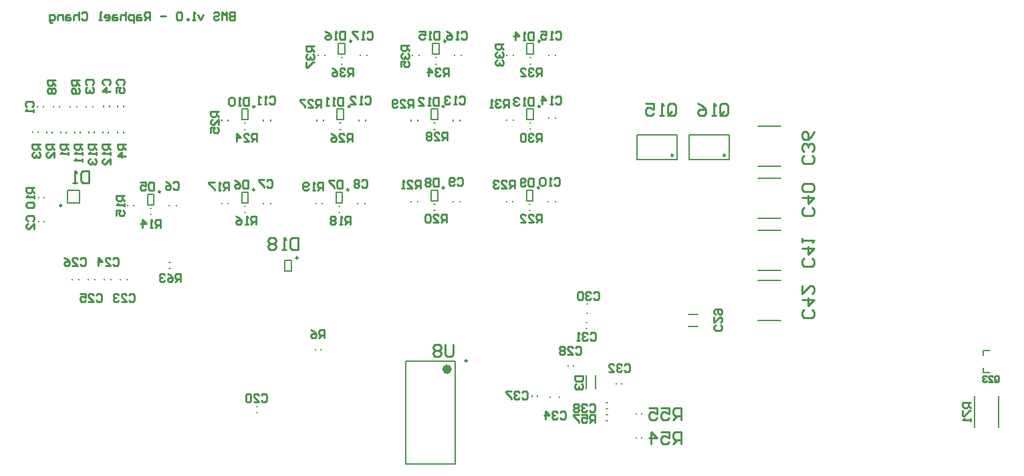
<source format=gbo>
G04 Layer_Color=32896*
%FSAX24Y24*%
%MOIN*%
G70*
G01*
G75*
%ADD43C,0.0100*%
%ADD71C,0.0098*%
%ADD73C,0.0080*%
%ADD74C,0.0236*%
%ADD75C,0.0079*%
%ADD136C,0.0039*%
D43*
X028950Y033550D02*
Y033150D01*
X028750D01*
X028683Y033217D01*
Y033283D01*
X028750Y033350D01*
X028950D01*
X028750D01*
X028683Y033417D01*
Y033483D01*
X028750Y033550D01*
X028950D01*
X028550Y033150D02*
Y033550D01*
X028417Y033417D01*
X028284Y033550D01*
Y033150D01*
X027884Y033483D02*
X027950Y033550D01*
X028084D01*
X028150Y033483D01*
Y033417D01*
X028084Y033350D01*
X027950D01*
X027884Y033283D01*
Y033217D01*
X027950Y033150D01*
X028084D01*
X028150Y033217D01*
X027351Y033417D02*
X027217Y033150D01*
X027084Y033417D01*
X026951Y033150D02*
X026817D01*
X026884D01*
Y033550D01*
X026951Y033483D01*
X026617Y033150D02*
Y033217D01*
X026551D01*
Y033150D01*
X026617D01*
X026284Y033483D02*
X026218Y033550D01*
X026084D01*
X026018Y033483D01*
Y033217D01*
X026084Y033150D01*
X026218D01*
X026284Y033217D01*
Y033483D01*
X025484Y033350D02*
X025218D01*
X024685Y033150D02*
Y033550D01*
X024485D01*
X024418Y033483D01*
Y033350D01*
X024485Y033283D01*
X024685D01*
X024551D02*
X024418Y033150D01*
X024218Y033417D02*
X024085D01*
X024018Y033350D01*
Y033150D01*
X024218D01*
X024285Y033217D01*
X024218Y033283D01*
X024018D01*
X023885Y033017D02*
Y033417D01*
X023685D01*
X023618Y033350D01*
Y033217D01*
X023685Y033150D01*
X023885D01*
X023485Y033550D02*
Y033150D01*
Y033350D01*
X023418Y033417D01*
X023285D01*
X023219Y033350D01*
Y033150D01*
X023019Y033417D02*
X022885D01*
X022819Y033350D01*
Y033150D01*
X023019D01*
X023085Y033217D01*
X023019Y033283D01*
X022819D01*
X022485Y033150D02*
X022619D01*
X022685Y033217D01*
Y033350D01*
X022619Y033417D01*
X022485D01*
X022419Y033350D01*
Y033283D01*
X022685D01*
X022285Y033150D02*
X022152D01*
X022219D01*
Y033550D01*
X022285D01*
X021286Y033483D02*
X021352Y033550D01*
X021486D01*
X021552Y033483D01*
Y033217D01*
X021486Y033150D01*
X021352D01*
X021286Y033217D01*
X021153Y033550D02*
Y033150D01*
Y033350D01*
X021086Y033417D01*
X020953D01*
X020886Y033350D01*
Y033150D01*
X020686Y033417D02*
X020553D01*
X020486Y033350D01*
Y033150D01*
X020686D01*
X020753Y033217D01*
X020686Y033283D01*
X020486D01*
X020353Y033150D02*
Y033417D01*
X020153D01*
X020086Y033350D01*
Y033150D01*
X019820Y033017D02*
X019753D01*
X019686Y033083D01*
Y033417D01*
X019886D01*
X019953Y033350D01*
Y033217D01*
X019886Y033150D01*
X019686D01*
X039850Y016950D02*
Y016450D01*
X039750Y016350D01*
X039550D01*
X039450Y016450D01*
Y016950D01*
X039250Y016850D02*
X039150Y016950D01*
X038950D01*
X038850Y016850D01*
Y016750D01*
X038950Y016650D01*
X038850Y016550D01*
Y016450D01*
X038950Y016350D01*
X039150D01*
X039250Y016450D01*
Y016550D01*
X039150Y016650D01*
X039250Y016750D01*
Y016850D01*
X039150Y016650D02*
X038950D01*
X032110Y022280D02*
Y021680D01*
X031810D01*
X031710Y021780D01*
Y022180D01*
X031810Y022280D01*
X032110D01*
X031510Y021680D02*
X031310D01*
X031410D01*
Y022280D01*
X031510Y022180D01*
X031010D02*
X030910Y022280D01*
X030710D01*
X030610Y022180D01*
Y022080D01*
X030710Y021980D01*
X030610Y021880D01*
Y021780D01*
X030710Y021680D01*
X030910D01*
X031010Y021780D01*
Y021880D01*
X030910Y021980D01*
X031010Y022080D01*
Y022180D01*
X030910Y021980D02*
X030710D01*
X018567Y028833D02*
X018500Y028900D01*
Y029033D01*
X018567Y029100D01*
X018833D01*
X018900Y029033D01*
Y028900D01*
X018833Y028833D01*
X018900Y028700D02*
Y028567D01*
Y028633D01*
X018500D01*
X018567Y028700D01*
X018617Y023133D02*
X018550Y023200D01*
Y023333D01*
X018617Y023400D01*
X018883D01*
X018950Y023333D01*
Y023200D01*
X018883Y023133D01*
X018950Y022734D02*
Y023000D01*
X018683Y022734D01*
X018617D01*
X018550Y022800D01*
Y022933D01*
X018617Y023000D01*
X021567Y029933D02*
X021500Y030000D01*
Y030133D01*
X021567Y030200D01*
X021833D01*
X021900Y030133D01*
Y030000D01*
X021833Y029933D01*
X021567Y029800D02*
X021500Y029733D01*
Y029600D01*
X021567Y029534D01*
X021633D01*
X021700Y029600D01*
Y029667D01*
Y029600D01*
X021767Y029534D01*
X021833D01*
X021900Y029600D01*
Y029733D01*
X021833Y029800D01*
X022417Y029933D02*
X022350Y030000D01*
Y030133D01*
X022417Y030200D01*
X022683D01*
X022750Y030133D01*
Y030000D01*
X022683Y029933D01*
X022750Y029600D02*
X022350D01*
X022550Y029800D01*
Y029534D01*
X023117Y029933D02*
X023050Y030000D01*
Y030133D01*
X023117Y030200D01*
X023383D01*
X023450Y030133D01*
Y030000D01*
X023383Y029933D01*
X023050Y029534D02*
Y029800D01*
X023250D01*
X023183Y029667D01*
Y029600D01*
X023250Y029534D01*
X023383D01*
X023450Y029600D01*
Y029733D01*
X023383Y029800D01*
X025883Y025033D02*
X025950Y025100D01*
X026083D01*
X026150Y025033D01*
Y024767D01*
X026083Y024700D01*
X025950D01*
X025883Y024767D01*
X025484Y025100D02*
X025617Y025033D01*
X025750Y024900D01*
Y024767D01*
X025683Y024700D01*
X025550D01*
X025484Y024767D01*
Y024833D01*
X025550Y024900D01*
X025750D01*
X030533Y025133D02*
X030600Y025200D01*
X030733D01*
X030800Y025133D01*
Y024867D01*
X030733Y024800D01*
X030600D01*
X030533Y024867D01*
X030400Y025200D02*
X030134D01*
Y025133D01*
X030400Y024867D01*
Y024800D01*
X035283Y025133D02*
X035350Y025200D01*
X035483D01*
X035550Y025133D01*
Y024867D01*
X035483Y024800D01*
X035350D01*
X035283Y024867D01*
X035150Y025133D02*
X035083Y025200D01*
X034950D01*
X034884Y025133D01*
Y025067D01*
X034950Y025000D01*
X034884Y024933D01*
Y024867D01*
X034950Y024800D01*
X035083D01*
X035150Y024867D01*
Y024933D01*
X035083Y025000D01*
X035150Y025067D01*
Y025133D01*
X035083Y025000D02*
X034950D01*
X040033Y025233D02*
X040100Y025300D01*
X040233D01*
X040300Y025233D01*
Y024967D01*
X040233Y024900D01*
X040100D01*
X040033Y024967D01*
X039900D02*
X039833Y024900D01*
X039700D01*
X039634Y024967D01*
Y025233D01*
X039700Y025300D01*
X039833D01*
X039900Y025233D01*
Y025167D01*
X039833Y025100D01*
X039634D01*
X044883Y025233D02*
X044950Y025300D01*
X045083D01*
X045150Y025233D01*
Y024967D01*
X045083Y024900D01*
X044950D01*
X044883Y024967D01*
X044750Y024900D02*
X044617D01*
X044683D01*
Y025300D01*
X044750Y025233D01*
X044417D02*
X044350Y025300D01*
X044217D01*
X044150Y025233D01*
Y024967D01*
X044217Y024900D01*
X044350D01*
X044417Y024967D01*
Y025233D01*
X030683Y029283D02*
X030750Y029350D01*
X030883D01*
X030950Y029283D01*
Y029017D01*
X030883Y028950D01*
X030750D01*
X030683Y029017D01*
X030550Y028950D02*
X030417D01*
X030483D01*
Y029350D01*
X030550Y029283D01*
X030217Y028950D02*
X030084D01*
X030150D01*
Y029350D01*
X030217Y029283D01*
X035433D02*
X035500Y029350D01*
X035633D01*
X035700Y029283D01*
Y029017D01*
X035633Y028950D01*
X035500D01*
X035433Y029017D01*
X035300Y028950D02*
X035167D01*
X035233D01*
Y029350D01*
X035300Y029283D01*
X034700Y028950D02*
X034967D01*
X034700Y029217D01*
Y029283D01*
X034767Y029350D01*
X034900D01*
X034967Y029283D01*
X040133D02*
X040200Y029350D01*
X040333D01*
X040400Y029283D01*
Y029017D01*
X040333Y028950D01*
X040200D01*
X040133Y029017D01*
X040000Y028950D02*
X039867D01*
X039933D01*
Y029350D01*
X040000Y029283D01*
X039667D02*
X039600Y029350D01*
X039467D01*
X039400Y029283D01*
Y029217D01*
X039467Y029150D01*
X039534D01*
X039467D01*
X039400Y029083D01*
Y029017D01*
X039467Y028950D01*
X039600D01*
X039667Y029017D01*
X044933Y029283D02*
X045000Y029350D01*
X045133D01*
X045200Y029283D01*
Y029017D01*
X045133Y028950D01*
X045000D01*
X044933Y029017D01*
X044800Y028950D02*
X044667D01*
X044733D01*
Y029350D01*
X044800Y029283D01*
X044267Y028950D02*
Y029350D01*
X044467Y029150D01*
X044200D01*
X044933Y032533D02*
X045000Y032600D01*
X045133D01*
X045200Y032533D01*
Y032267D01*
X045133Y032200D01*
X045000D01*
X044933Y032267D01*
X044800Y032200D02*
X044667D01*
X044733D01*
Y032600D01*
X044800Y032533D01*
X044200Y032600D02*
X044467D01*
Y032400D01*
X044334Y032467D01*
X044267D01*
X044200Y032400D01*
Y032267D01*
X044267Y032200D01*
X044400D01*
X044467Y032267D01*
X040233Y032533D02*
X040300Y032600D01*
X040433D01*
X040500Y032533D01*
Y032267D01*
X040433Y032200D01*
X040300D01*
X040233Y032267D01*
X040100Y032200D02*
X039967D01*
X040033D01*
Y032600D01*
X040100Y032533D01*
X039500Y032600D02*
X039634Y032533D01*
X039767Y032400D01*
Y032267D01*
X039700Y032200D01*
X039567D01*
X039500Y032267D01*
Y032333D01*
X039567Y032400D01*
X039767D01*
X035533Y032533D02*
X035600Y032600D01*
X035733D01*
X035800Y032533D01*
Y032267D01*
X035733Y032200D01*
X035600D01*
X035533Y032267D01*
X035400Y032200D02*
X035267D01*
X035333D01*
Y032600D01*
X035400Y032533D01*
X035067Y032600D02*
X034800D01*
Y032533D01*
X035067Y032267D01*
Y032200D01*
X030283Y014433D02*
X030350Y014500D01*
X030483D01*
X030550Y014433D01*
Y014167D01*
X030483Y014100D01*
X030350D01*
X030283Y014167D01*
X029884Y014100D02*
X030150D01*
X029884Y014367D01*
Y014433D01*
X029950Y014500D01*
X030083D01*
X030150Y014433D01*
X029750D02*
X029684Y014500D01*
X029550D01*
X029484Y014433D01*
Y014167D01*
X029550Y014100D01*
X029684D01*
X029750Y014167D01*
Y014433D01*
X023683Y019433D02*
X023750Y019500D01*
X023883D01*
X023950Y019433D01*
Y019167D01*
X023883Y019100D01*
X023750D01*
X023683Y019167D01*
X023284Y019100D02*
X023550D01*
X023284Y019367D01*
Y019433D01*
X023350Y019500D01*
X023483D01*
X023550Y019433D01*
X023150D02*
X023084Y019500D01*
X022950D01*
X022884Y019433D01*
Y019367D01*
X022950Y019300D01*
X023017D01*
X022950D01*
X022884Y019233D01*
Y019167D01*
X022950Y019100D01*
X023084D01*
X023150Y019167D01*
X022883Y021233D02*
X022950Y021300D01*
X023083D01*
X023150Y021233D01*
Y020967D01*
X023083Y020900D01*
X022950D01*
X022883Y020967D01*
X022484Y020900D02*
X022750D01*
X022484Y021167D01*
Y021233D01*
X022550Y021300D01*
X022683D01*
X022750Y021233D01*
X022150Y020900D02*
Y021300D01*
X022350Y021100D01*
X022084D01*
X022033Y019433D02*
X022100Y019500D01*
X022233D01*
X022300Y019433D01*
Y019167D01*
X022233Y019100D01*
X022100D01*
X022033Y019167D01*
X021634Y019100D02*
X021900D01*
X021634Y019367D01*
Y019433D01*
X021700Y019500D01*
X021833D01*
X021900Y019433D01*
X021234Y019500D02*
X021500D01*
Y019300D01*
X021367Y019367D01*
X021300D01*
X021234Y019300D01*
Y019167D01*
X021300Y019100D01*
X021434D01*
X021500Y019167D01*
X021233Y021233D02*
X021300Y021300D01*
X021433D01*
X021500Y021233D01*
Y020967D01*
X021433Y020900D01*
X021300D01*
X021233Y020967D01*
X020834Y020900D02*
X021100D01*
X020834Y021167D01*
Y021233D01*
X020900Y021300D01*
X021033D01*
X021100Y021233D01*
X020434Y021300D02*
X020567Y021233D01*
X020700Y021100D01*
Y020967D01*
X020634Y020900D01*
X020500D01*
X020434Y020967D01*
Y021033D01*
X020500Y021100D01*
X020700D01*
X045933Y016783D02*
X046000Y016850D01*
X046133D01*
X046200Y016783D01*
Y016517D01*
X046133Y016450D01*
X046000D01*
X045933Y016517D01*
X045534Y016450D02*
X045800D01*
X045534Y016717D01*
Y016783D01*
X045600Y016850D01*
X045733D01*
X045800Y016783D01*
X045400D02*
X045334Y016850D01*
X045200D01*
X045134Y016783D01*
Y016717D01*
X045200Y016650D01*
X045134Y016583D01*
Y016517D01*
X045200Y016450D01*
X045334D01*
X045400Y016517D01*
Y016583D01*
X045334Y016650D01*
X045400Y016717D01*
Y016783D01*
X045334Y016650D02*
X045200D01*
X053183Y017917D02*
X053250Y017850D01*
Y017717D01*
X053183Y017650D01*
X052917D01*
X052850Y017717D01*
Y017850D01*
X052917Y017917D01*
X052850Y018316D02*
Y018050D01*
X053117Y018316D01*
X053183D01*
X053250Y018250D01*
Y018117D01*
X053183Y018050D01*
X052917Y018450D02*
X052850Y018516D01*
Y018650D01*
X052917Y018716D01*
X053183D01*
X053250Y018650D01*
Y018516D01*
X053183Y018450D01*
X053117D01*
X053050Y018516D01*
Y018716D01*
X046830Y019533D02*
X046897Y019600D01*
X047030D01*
X047096Y019533D01*
Y019267D01*
X047030Y019200D01*
X046897D01*
X046830Y019267D01*
X046697Y019533D02*
X046630Y019600D01*
X046497D01*
X046430Y019533D01*
Y019467D01*
X046497Y019400D01*
X046563D01*
X046497D01*
X046430Y019333D01*
Y019267D01*
X046497Y019200D01*
X046630D01*
X046697Y019267D01*
X046297Y019533D02*
X046230Y019600D01*
X046097D01*
X046030Y019533D01*
Y019267D01*
X046097Y019200D01*
X046230D01*
X046297Y019267D01*
Y019533D01*
X046680Y017483D02*
X046747Y017550D01*
X046880D01*
X046946Y017483D01*
Y017217D01*
X046880Y017150D01*
X046747D01*
X046680Y017217D01*
X046547Y017483D02*
X046480Y017550D01*
X046347D01*
X046280Y017483D01*
Y017417D01*
X046347Y017350D01*
X046413D01*
X046347D01*
X046280Y017283D01*
Y017217D01*
X046347Y017150D01*
X046480D01*
X046547Y017217D01*
X046147Y017150D02*
X046013D01*
X046080D01*
Y017550D01*
X046147Y017483D01*
X048383Y015933D02*
X048450Y016000D01*
X048583D01*
X048650Y015933D01*
Y015667D01*
X048583Y015600D01*
X048450D01*
X048383Y015667D01*
X048250Y015933D02*
X048183Y016000D01*
X048050D01*
X047984Y015933D01*
Y015867D01*
X048050Y015800D01*
X048117D01*
X048050D01*
X047984Y015733D01*
Y015667D01*
X048050Y015600D01*
X048183D01*
X048250Y015667D01*
X047584Y015600D02*
X047850D01*
X047584Y015867D01*
Y015933D01*
X047650Y016000D01*
X047784D01*
X047850Y015933D01*
X045157Y013552D02*
X045224Y013619D01*
X045357D01*
X045424Y013552D01*
Y013286D01*
X045357Y013219D01*
X045224D01*
X045157Y013286D01*
X045024Y013552D02*
X044957Y013619D01*
X044824D01*
X044757Y013552D01*
Y013485D01*
X044824Y013419D01*
X044891D01*
X044824D01*
X044757Y013352D01*
Y013286D01*
X044824Y013219D01*
X044957D01*
X045024Y013286D01*
X044424Y013219D02*
Y013619D01*
X044624Y013419D01*
X044358D01*
X057750Y026400D02*
X057850Y026300D01*
Y026100D01*
X057750Y026000D01*
X057350D01*
X057250Y026100D01*
Y026300D01*
X057350Y026400D01*
X057750Y026600D02*
X057850Y026700D01*
Y026900D01*
X057750Y027000D01*
X057650D01*
X057550Y026900D01*
Y026800D01*
Y026900D01*
X057450Y027000D01*
X057350D01*
X057250Y026900D01*
Y026700D01*
X057350Y026600D01*
X057850Y027599D02*
X057750Y027400D01*
X057550Y027200D01*
X057350D01*
X057250Y027300D01*
Y027500D01*
X057350Y027599D01*
X057450D01*
X057550Y027500D01*
Y027200D01*
X043257Y014552D02*
X043324Y014619D01*
X043457D01*
X043524Y014552D01*
Y014286D01*
X043457Y014219D01*
X043324D01*
X043257Y014286D01*
X043124Y014552D02*
X043057Y014619D01*
X042924D01*
X042857Y014552D01*
Y014485D01*
X042924Y014419D01*
X042991D01*
X042924D01*
X042857Y014352D01*
Y014286D01*
X042924Y014219D01*
X043057D01*
X043124Y014286D01*
X042724Y014619D02*
X042458D01*
Y014552D01*
X042724Y014286D01*
Y014219D01*
X046633Y013933D02*
X046700Y014000D01*
X046833D01*
X046900Y013933D01*
Y013667D01*
X046833Y013600D01*
X046700D01*
X046633Y013667D01*
X046500Y013933D02*
X046433Y014000D01*
X046300D01*
X046234Y013933D01*
Y013867D01*
X046300Y013800D01*
X046367D01*
X046300D01*
X046234Y013733D01*
Y013667D01*
X046300Y013600D01*
X046433D01*
X046500Y013667D01*
X046100Y013933D02*
X046034Y014000D01*
X045900D01*
X045834Y013933D01*
Y013867D01*
X045900Y013800D01*
X045834Y013733D01*
Y013667D01*
X045900Y013600D01*
X046034D01*
X046100Y013667D01*
Y013733D01*
X046034Y013800D01*
X046100Y013867D01*
Y013933D01*
X046034Y013800D02*
X045900D01*
X057750Y023800D02*
X057850Y023700D01*
Y023500D01*
X057750Y023400D01*
X057350D01*
X057250Y023500D01*
Y023700D01*
X057350Y023800D01*
X057250Y024300D02*
X057850D01*
X057550Y024000D01*
Y024400D01*
X057750Y024600D02*
X057850Y024700D01*
Y024900D01*
X057750Y024999D01*
X057350D01*
X057250Y024900D01*
Y024700D01*
X057350Y024600D01*
X057750D01*
Y021250D02*
X057850Y021150D01*
Y020950D01*
X057750Y020850D01*
X057350D01*
X057250Y020950D01*
Y021150D01*
X057350Y021250D01*
X057250Y021750D02*
X057850D01*
X057550Y021450D01*
Y021850D01*
X057250Y022050D02*
Y022250D01*
Y022150D01*
X057850D01*
X057750Y022050D01*
Y018700D02*
X057850Y018600D01*
Y018400D01*
X057750Y018300D01*
X057350D01*
X057250Y018400D01*
Y018600D01*
X057350Y018700D01*
X057250Y019200D02*
X057850D01*
X057550Y018900D01*
Y019300D01*
X057250Y019899D02*
Y019500D01*
X057650Y019899D01*
X057750D01*
X057850Y019800D01*
Y019600D01*
X057750Y019500D01*
X021670Y025610D02*
Y025010D01*
X021370D01*
X021270Y025110D01*
Y025510D01*
X021370Y025610D01*
X021670D01*
X021070Y025010D02*
X020870D01*
X020970D01*
Y025610D01*
X021070Y025510D01*
X045900Y015400D02*
X046300D01*
Y015200D01*
X046233Y015133D01*
X045967D01*
X045900Y015200D01*
Y015400D01*
X045967Y015000D02*
X045900Y014933D01*
Y014800D01*
X045967Y014734D01*
X046033D01*
X046100Y014800D01*
Y014867D01*
Y014800D01*
X046167Y014734D01*
X046233D01*
X046300Y014800D01*
Y014933D01*
X046233Y015000D01*
X024900Y025050D02*
Y024650D01*
X024700D01*
X024633Y024717D01*
Y024983D01*
X024700Y025050D01*
X024900D01*
X024234D02*
X024500D01*
Y024850D01*
X024367Y024917D01*
X024300D01*
X024234Y024850D01*
Y024717D01*
X024300Y024650D01*
X024433D01*
X024500Y024717D01*
X029600Y025150D02*
Y024750D01*
X029400D01*
X029333Y024817D01*
Y025083D01*
X029400Y025150D01*
X029600D01*
X028934D02*
X029067Y025083D01*
X029200Y024950D01*
Y024817D01*
X029133Y024750D01*
X029000D01*
X028934Y024817D01*
Y024883D01*
X029000Y024950D01*
X029200D01*
X034300Y025150D02*
Y024750D01*
X034100D01*
X034033Y024817D01*
Y025083D01*
X034100Y025150D01*
X034300D01*
X033900D02*
X033634D01*
Y025083D01*
X033900Y024817D01*
Y024750D01*
X039100Y025250D02*
Y024850D01*
X038900D01*
X038833Y024917D01*
Y025183D01*
X038900Y025250D01*
X039100D01*
X038700Y025183D02*
X038633Y025250D01*
X038500D01*
X038434Y025183D01*
Y025117D01*
X038500Y025050D01*
X038434Y024983D01*
Y024917D01*
X038500Y024850D01*
X038633D01*
X038700Y024917D01*
Y024983D01*
X038633Y025050D01*
X038700Y025117D01*
Y025183D01*
X038633Y025050D02*
X038500D01*
X043850Y025250D02*
Y024850D01*
X043650D01*
X043583Y024917D01*
Y025183D01*
X043650Y025250D01*
X043850D01*
X043450Y024917D02*
X043383Y024850D01*
X043250D01*
X043184Y024917D01*
Y025183D01*
X043250Y025250D01*
X043383D01*
X043450Y025183D01*
Y025117D01*
X043383Y025050D01*
X043184D01*
X029650Y029300D02*
Y028900D01*
X029450D01*
X029383Y028967D01*
Y029233D01*
X029450Y029300D01*
X029650D01*
X029250Y028900D02*
X029117D01*
X029183D01*
Y029300D01*
X029250Y029233D01*
X028917D02*
X028850Y029300D01*
X028717D01*
X028650Y029233D01*
Y028967D01*
X028717Y028900D01*
X028850D01*
X028917Y028967D01*
Y029233D01*
X034350Y029300D02*
Y028900D01*
X034150D01*
X034083Y028967D01*
Y029233D01*
X034150Y029300D01*
X034350D01*
X033950Y028900D02*
X033817D01*
X033883D01*
Y029300D01*
X033950Y029233D01*
X033617Y028900D02*
X033484D01*
X033550D01*
Y029300D01*
X033617Y029233D01*
X039100Y029300D02*
Y028900D01*
X038900D01*
X038833Y028967D01*
Y029233D01*
X038900Y029300D01*
X039100D01*
X038700Y028900D02*
X038567D01*
X038633D01*
Y029300D01*
X038700Y029233D01*
X038100Y028900D02*
X038367D01*
X038100Y029167D01*
Y029233D01*
X038167Y029300D01*
X038300D01*
X038367Y029233D01*
X043850Y029300D02*
Y028900D01*
X043650D01*
X043583Y028967D01*
Y029233D01*
X043650Y029300D01*
X043850D01*
X043450Y028900D02*
X043317D01*
X043383D01*
Y029300D01*
X043450Y029233D01*
X043117D02*
X043050Y029300D01*
X042917D01*
X042850Y029233D01*
Y029167D01*
X042917Y029100D01*
X042984D01*
X042917D01*
X042850Y029033D01*
Y028967D01*
X042917Y028900D01*
X043050D01*
X043117Y028967D01*
X043850Y032550D02*
Y032150D01*
X043650D01*
X043583Y032217D01*
Y032483D01*
X043650Y032550D01*
X043850D01*
X043450Y032150D02*
X043317D01*
X043383D01*
Y032550D01*
X043450Y032483D01*
X042917Y032150D02*
Y032550D01*
X043117Y032350D01*
X042850D01*
X039150Y032600D02*
Y032200D01*
X038950D01*
X038883Y032267D01*
Y032533D01*
X038950Y032600D01*
X039150D01*
X038750Y032200D02*
X038617D01*
X038683D01*
Y032600D01*
X038750Y032533D01*
X038150Y032600D02*
X038417D01*
Y032400D01*
X038284Y032467D01*
X038217D01*
X038150Y032400D01*
Y032267D01*
X038217Y032200D01*
X038350D01*
X038417Y032267D01*
X034450Y032600D02*
Y032200D01*
X034250D01*
X034183Y032267D01*
Y032533D01*
X034250Y032600D01*
X034450D01*
X034050Y032200D02*
X033917D01*
X033983D01*
Y032600D01*
X034050Y032533D01*
X033450Y032600D02*
X033584Y032533D01*
X033717Y032400D01*
Y032267D01*
X033650Y032200D01*
X033517D01*
X033450Y032267D01*
Y032333D01*
X033517Y032400D01*
X033717D01*
X050520Y028470D02*
Y028870D01*
X050620Y028970D01*
X050820D01*
X050920Y028870D01*
Y028470D01*
X050820Y028370D01*
X050620D01*
X050720Y028570D02*
X050520Y028370D01*
X050620D02*
X050520Y028470D01*
X050320Y028370D02*
X050120D01*
X050220D01*
Y028970D01*
X050320Y028870D01*
X049420Y028970D02*
X049820D01*
Y028670D01*
X049620Y028770D01*
X049520D01*
X049420Y028670D01*
Y028470D01*
X049520Y028370D01*
X049720D01*
X049820Y028470D01*
X053120D02*
Y028870D01*
X053220Y028970D01*
X053420D01*
X053520Y028870D01*
Y028470D01*
X053420Y028370D01*
X053220D01*
X053320Y028570D02*
X053120Y028370D01*
X053220D02*
X053120Y028470D01*
X052920Y028370D02*
X052720D01*
X052820D01*
Y028970D01*
X052920Y028870D01*
X052020Y028970D02*
X052220Y028870D01*
X052420Y028670D01*
Y028470D01*
X052320Y028370D01*
X052120D01*
X052020Y028470D01*
Y028570D01*
X052120Y028670D01*
X052420D01*
X020650Y026950D02*
X020250D01*
Y026750D01*
X020317Y026683D01*
X020450D01*
X020517Y026750D01*
Y026950D01*
Y026817D02*
X020650Y026683D01*
Y026550D02*
Y026417D01*
Y026483D01*
X020250D01*
X020317Y026550D01*
X019950Y026950D02*
X019550D01*
Y026750D01*
X019617Y026683D01*
X019750D01*
X019817Y026750D01*
Y026950D01*
Y026817D02*
X019950Y026683D01*
Y026284D02*
Y026550D01*
X019683Y026284D01*
X019617D01*
X019550Y026350D01*
Y026483D01*
X019617Y026550D01*
X019250Y026950D02*
X018850D01*
Y026750D01*
X018917Y026683D01*
X019050D01*
X019117Y026750D01*
Y026950D01*
Y026817D02*
X019250Y026683D01*
X018917Y026550D02*
X018850Y026483D01*
Y026350D01*
X018917Y026284D01*
X018983D01*
X019050Y026350D01*
Y026417D01*
Y026350D01*
X019117Y026284D01*
X019183D01*
X019250Y026350D01*
Y026483D01*
X019183Y026550D01*
X023500Y026950D02*
X023100D01*
Y026750D01*
X023167Y026683D01*
X023300D01*
X023367Y026750D01*
Y026950D01*
Y026817D02*
X023500Y026683D01*
Y026350D02*
X023100D01*
X023300Y026550D01*
Y026284D01*
X033400Y017300D02*
Y017700D01*
X033200D01*
X033133Y017633D01*
Y017500D01*
X033200Y017433D01*
X033400D01*
X033267D02*
X033133Y017300D01*
X032734Y017700D02*
X032867Y017633D01*
X033000Y017500D01*
Y017367D01*
X032933Y017300D01*
X032800D01*
X032734Y017367D01*
Y017433D01*
X032800Y017500D01*
X033000D01*
X020000Y030150D02*
X019600D01*
Y029950D01*
X019667Y029883D01*
X019800D01*
X019867Y029950D01*
Y030150D01*
Y030017D02*
X020000Y029883D01*
X019667Y029750D02*
X019600Y029683D01*
Y029550D01*
X019667Y029484D01*
X019733D01*
X019800Y029550D01*
X019867Y029484D01*
X019933D01*
X020000Y029550D01*
Y029683D01*
X019933Y029750D01*
X019867D01*
X019800Y029683D01*
X019733Y029750D01*
X019667D01*
X019800Y029683D02*
Y029550D01*
X021200Y030150D02*
X020800D01*
Y029950D01*
X020867Y029883D01*
X021000D01*
X021067Y029950D01*
Y030150D01*
Y030017D02*
X021200Y029883D01*
X021133Y029750D02*
X021200Y029683D01*
Y029550D01*
X021133Y029484D01*
X020867D01*
X020800Y029550D01*
Y029683D01*
X020867Y029750D01*
X020933D01*
X021000Y029683D01*
Y029484D01*
X018950Y024800D02*
X018550D01*
Y024600D01*
X018617Y024533D01*
X018750D01*
X018817Y024600D01*
Y024800D01*
Y024667D02*
X018950Y024533D01*
Y024400D02*
Y024267D01*
Y024333D01*
X018550D01*
X018617Y024400D01*
Y024067D02*
X018550Y024000D01*
Y023867D01*
X018617Y023800D01*
X018883D01*
X018950Y023867D01*
Y024000D01*
X018883Y024067D01*
X018617D01*
X021350Y026950D02*
X020950D01*
Y026750D01*
X021017Y026683D01*
X021150D01*
X021217Y026750D01*
Y026950D01*
Y026817D02*
X021350Y026683D01*
Y026550D02*
Y026417D01*
Y026483D01*
X020950D01*
X021017Y026550D01*
X021350Y026217D02*
Y026084D01*
Y026150D01*
X020950D01*
X021017Y026217D01*
X022750Y026950D02*
X022350D01*
Y026750D01*
X022417Y026683D01*
X022550D01*
X022617Y026750D01*
Y026950D01*
Y026817D02*
X022750Y026683D01*
Y026550D02*
Y026417D01*
Y026483D01*
X022350D01*
X022417Y026550D01*
X022750Y025950D02*
Y026217D01*
X022483Y025950D01*
X022417D01*
X022350Y026017D01*
Y026150D01*
X022417Y026217D01*
X022050Y026950D02*
X021650D01*
Y026750D01*
X021717Y026683D01*
X021850D01*
X021917Y026750D01*
Y026950D01*
Y026817D02*
X022050Y026683D01*
Y026550D02*
Y026417D01*
Y026483D01*
X021650D01*
X021717Y026550D01*
Y026217D02*
X021650Y026150D01*
Y026017D01*
X021717Y025950D01*
X021783D01*
X021850Y026017D01*
Y026084D01*
Y026017D01*
X021917Y025950D01*
X021983D01*
X022050Y026017D01*
Y026150D01*
X021983Y026217D01*
X025250Y022800D02*
Y023200D01*
X025050D01*
X024983Y023133D01*
Y023000D01*
X025050Y022933D01*
X025250D01*
X025117D02*
X024983Y022800D01*
X024850D02*
X024717D01*
X024783D01*
Y023200D01*
X024850Y023133D01*
X024317Y022800D02*
Y023200D01*
X024517Y023000D01*
X024250D01*
X023450Y024400D02*
X023050D01*
Y024200D01*
X023117Y024133D01*
X023250D01*
X023317Y024200D01*
Y024400D01*
Y024267D02*
X023450Y024133D01*
Y024000D02*
Y023867D01*
Y023933D01*
X023050D01*
X023117Y024000D01*
X023050Y023400D02*
Y023667D01*
X023250D01*
X023183Y023534D01*
Y023467D01*
X023250Y023400D01*
X023383D01*
X023450Y023467D01*
Y023600D01*
X023383Y023667D01*
X030000Y022950D02*
Y023350D01*
X029800D01*
X029733Y023283D01*
Y023150D01*
X029800Y023083D01*
X030000D01*
X029867D02*
X029733Y022950D01*
X029600D02*
X029467D01*
X029533D01*
Y023350D01*
X029600Y023283D01*
X029000Y023350D02*
X029134Y023283D01*
X029267Y023150D01*
Y023017D01*
X029200Y022950D01*
X029067D01*
X029000Y023017D01*
Y023083D01*
X029067Y023150D01*
X029267D01*
X028650Y024650D02*
Y025050D01*
X028450D01*
X028383Y024983D01*
Y024850D01*
X028450Y024783D01*
X028650D01*
X028517D02*
X028383Y024650D01*
X028250D02*
X028117D01*
X028183D01*
Y025050D01*
X028250Y024983D01*
X027917Y025050D02*
X027650D01*
Y024983D01*
X027917Y024717D01*
Y024650D01*
X034700Y022950D02*
Y023350D01*
X034500D01*
X034433Y023283D01*
Y023150D01*
X034500Y023083D01*
X034700D01*
X034567D02*
X034433Y022950D01*
X034300D02*
X034167D01*
X034233D01*
Y023350D01*
X034300Y023283D01*
X033967D02*
X033900Y023350D01*
X033767D01*
X033700Y023283D01*
Y023217D01*
X033767Y023150D01*
X033700Y023083D01*
Y023017D01*
X033767Y022950D01*
X033900D01*
X033967Y023017D01*
Y023083D01*
X033900Y023150D01*
X033967Y023217D01*
Y023283D01*
X033900Y023150D02*
X033767D01*
X033350Y024650D02*
Y025050D01*
X033150D01*
X033083Y024983D01*
Y024850D01*
X033150Y024783D01*
X033350D01*
X033217D02*
X033083Y024650D01*
X032950D02*
X032817D01*
X032883D01*
Y025050D01*
X032950Y024983D01*
X032617Y024717D02*
X032550Y024650D01*
X032417D01*
X032350Y024717D01*
Y024983D01*
X032417Y025050D01*
X032550D01*
X032617Y024983D01*
Y024917D01*
X032550Y024850D01*
X032350D01*
X039500Y023050D02*
Y023450D01*
X039300D01*
X039233Y023383D01*
Y023250D01*
X039300Y023183D01*
X039500D01*
X039367D02*
X039233Y023050D01*
X038834D02*
X039100D01*
X038834Y023317D01*
Y023383D01*
X038900Y023450D01*
X039033D01*
X039100Y023383D01*
X038700D02*
X038634Y023450D01*
X038500D01*
X038434Y023383D01*
Y023117D01*
X038500Y023050D01*
X038634D01*
X038700Y023117D01*
Y023383D01*
X038200Y024750D02*
Y025150D01*
X038000D01*
X037933Y025083D01*
Y024950D01*
X038000Y024883D01*
X038200D01*
X038067D02*
X037933Y024750D01*
X037534D02*
X037800D01*
X037534Y025017D01*
Y025083D01*
X037600Y025150D01*
X037733D01*
X037800Y025083D01*
X037400Y024750D02*
X037267D01*
X037334D01*
Y025150D01*
X037400Y025083D01*
X044250Y023050D02*
Y023450D01*
X044050D01*
X043983Y023383D01*
Y023250D01*
X044050Y023183D01*
X044250D01*
X044117D02*
X043983Y023050D01*
X043584D02*
X043850D01*
X043584Y023317D01*
Y023383D01*
X043650Y023450D01*
X043783D01*
X043850Y023383D01*
X043184Y023050D02*
X043450D01*
X043184Y023317D01*
Y023383D01*
X043250Y023450D01*
X043384D01*
X043450Y023383D01*
X042900Y024750D02*
Y025150D01*
X042700D01*
X042633Y025083D01*
Y024950D01*
X042700Y024883D01*
X042900D01*
X042767D02*
X042633Y024750D01*
X042234D02*
X042500D01*
X042234Y025017D01*
Y025083D01*
X042300Y025150D01*
X042433D01*
X042500Y025083D01*
X042100D02*
X042034Y025150D01*
X041900D01*
X041834Y025083D01*
Y025017D01*
X041900Y024950D01*
X041967D01*
X041900D01*
X041834Y024883D01*
Y024817D01*
X041900Y024750D01*
X042034D01*
X042100Y024817D01*
X030050Y027100D02*
Y027500D01*
X029850D01*
X029783Y027433D01*
Y027300D01*
X029850Y027233D01*
X030050D01*
X029917D02*
X029783Y027100D01*
X029384D02*
X029650D01*
X029384Y027367D01*
Y027433D01*
X029450Y027500D01*
X029583D01*
X029650Y027433D01*
X029050Y027100D02*
Y027500D01*
X029250Y027300D01*
X028984D01*
X028150Y028600D02*
X027750D01*
Y028400D01*
X027817Y028333D01*
X027950D01*
X028017Y028400D01*
Y028600D01*
Y028467D02*
X028150Y028333D01*
Y027934D02*
Y028200D01*
X027883Y027934D01*
X027817D01*
X027750Y028000D01*
Y028133D01*
X027817Y028200D01*
X027750Y027534D02*
Y027800D01*
X027950D01*
X027883Y027667D01*
Y027600D01*
X027950Y027534D01*
X028083D01*
X028150Y027600D01*
Y027734D01*
X028083Y027800D01*
X034800Y027100D02*
Y027500D01*
X034600D01*
X034533Y027433D01*
Y027300D01*
X034600Y027233D01*
X034800D01*
X034667D02*
X034533Y027100D01*
X034134D02*
X034400D01*
X034134Y027367D01*
Y027433D01*
X034200Y027500D01*
X034333D01*
X034400Y027433D01*
X033734Y027500D02*
X033867Y027433D01*
X034000Y027300D01*
Y027167D01*
X033934Y027100D01*
X033800D01*
X033734Y027167D01*
Y027233D01*
X033800Y027300D01*
X034000D01*
X033250Y028800D02*
Y029200D01*
X033050D01*
X032983Y029133D01*
Y029000D01*
X033050Y028933D01*
X033250D01*
X033117D02*
X032983Y028800D01*
X032584D02*
X032850D01*
X032584Y029067D01*
Y029133D01*
X032650Y029200D01*
X032783D01*
X032850Y029133D01*
X032450Y029200D02*
X032184D01*
Y029133D01*
X032450Y028867D01*
Y028800D01*
X039550Y027150D02*
Y027550D01*
X039350D01*
X039283Y027483D01*
Y027350D01*
X039350Y027283D01*
X039550D01*
X039417D02*
X039283Y027150D01*
X038884D02*
X039150D01*
X038884Y027417D01*
Y027483D01*
X038950Y027550D01*
X039083D01*
X039150Y027483D01*
X038750D02*
X038684Y027550D01*
X038550D01*
X038484Y027483D01*
Y027417D01*
X038550Y027350D01*
X038484Y027283D01*
Y027217D01*
X038550Y027150D01*
X038684D01*
X038750Y027217D01*
Y027283D01*
X038684Y027350D01*
X038750Y027417D01*
Y027483D01*
X038684Y027350D02*
X038550D01*
X037850Y028800D02*
Y029200D01*
X037650D01*
X037583Y029133D01*
Y029000D01*
X037650Y028933D01*
X037850D01*
X037717D02*
X037583Y028800D01*
X037184D02*
X037450D01*
X037184Y029067D01*
Y029133D01*
X037250Y029200D01*
X037383D01*
X037450Y029133D01*
X037050Y028867D02*
X036984Y028800D01*
X036850D01*
X036784Y028867D01*
Y029133D01*
X036850Y029200D01*
X036984D01*
X037050Y029133D01*
Y029067D01*
X036984Y029000D01*
X036784D01*
X044250Y027100D02*
Y027500D01*
X044050D01*
X043983Y027433D01*
Y027300D01*
X044050Y027233D01*
X044250D01*
X044117D02*
X043983Y027100D01*
X043850Y027433D02*
X043783Y027500D01*
X043650D01*
X043584Y027433D01*
Y027367D01*
X043650Y027300D01*
X043717D01*
X043650D01*
X043584Y027233D01*
Y027167D01*
X043650Y027100D01*
X043783D01*
X043850Y027167D01*
X043450Y027433D02*
X043384Y027500D01*
X043250D01*
X043184Y027433D01*
Y027167D01*
X043250Y027100D01*
X043384D01*
X043450Y027167D01*
Y027433D01*
X042600Y028800D02*
Y029200D01*
X042400D01*
X042333Y029133D01*
Y029000D01*
X042400Y028933D01*
X042600D01*
X042467D02*
X042333Y028800D01*
X042200Y029133D02*
X042133Y029200D01*
X042000D01*
X041934Y029133D01*
Y029067D01*
X042000Y029000D01*
X042067D01*
X042000D01*
X041934Y028933D01*
Y028867D01*
X042000Y028800D01*
X042133D01*
X042200Y028867D01*
X041800Y028800D02*
X041667D01*
X041734D01*
Y029200D01*
X041800Y029133D01*
X044250Y030350D02*
Y030750D01*
X044050D01*
X043983Y030683D01*
Y030550D01*
X044050Y030483D01*
X044250D01*
X044117D02*
X043983Y030350D01*
X043850Y030683D02*
X043783Y030750D01*
X043650D01*
X043584Y030683D01*
Y030617D01*
X043650Y030550D01*
X043717D01*
X043650D01*
X043584Y030483D01*
Y030417D01*
X043650Y030350D01*
X043783D01*
X043850Y030417D01*
X043184Y030350D02*
X043450D01*
X043184Y030617D01*
Y030683D01*
X043250Y030750D01*
X043384D01*
X043450Y030683D01*
X042350Y031950D02*
X041950D01*
Y031750D01*
X042017Y031683D01*
X042150D01*
X042217Y031750D01*
Y031950D01*
Y031817D02*
X042350Y031683D01*
X042017Y031550D02*
X041950Y031483D01*
Y031350D01*
X042017Y031284D01*
X042083D01*
X042150Y031350D01*
Y031417D01*
Y031350D01*
X042217Y031284D01*
X042283D01*
X042350Y031350D01*
Y031483D01*
X042283Y031550D01*
X042017Y031150D02*
X041950Y031084D01*
Y030950D01*
X042017Y030884D01*
X042083D01*
X042150Y030950D01*
Y031017D01*
Y030950D01*
X042217Y030884D01*
X042283D01*
X042350Y030950D01*
Y031084D01*
X042283Y031150D01*
X039600Y030350D02*
Y030750D01*
X039400D01*
X039333Y030683D01*
Y030550D01*
X039400Y030483D01*
X039600D01*
X039467D02*
X039333Y030350D01*
X039200Y030683D02*
X039133Y030750D01*
X039000D01*
X038934Y030683D01*
Y030617D01*
X039000Y030550D01*
X039067D01*
X039000D01*
X038934Y030483D01*
Y030417D01*
X039000Y030350D01*
X039133D01*
X039200Y030417D01*
X038600Y030350D02*
Y030750D01*
X038800Y030550D01*
X038534D01*
X037650Y031900D02*
X037250D01*
Y031700D01*
X037317Y031633D01*
X037450D01*
X037517Y031700D01*
Y031900D01*
Y031767D02*
X037650Y031633D01*
X037317Y031500D02*
X037250Y031433D01*
Y031300D01*
X037317Y031234D01*
X037383D01*
X037450Y031300D01*
Y031367D01*
Y031300D01*
X037517Y031234D01*
X037583D01*
X037650Y031300D01*
Y031433D01*
X037583Y031500D01*
X037250Y030834D02*
Y031100D01*
X037450D01*
X037383Y030967D01*
Y030900D01*
X037450Y030834D01*
X037583D01*
X037650Y030900D01*
Y031034D01*
X037583Y031100D01*
X034850Y030350D02*
Y030750D01*
X034650D01*
X034583Y030683D01*
Y030550D01*
X034650Y030483D01*
X034850D01*
X034717D02*
X034583Y030350D01*
X034450Y030683D02*
X034383Y030750D01*
X034250D01*
X034184Y030683D01*
Y030617D01*
X034250Y030550D01*
X034317D01*
X034250D01*
X034184Y030483D01*
Y030417D01*
X034250Y030350D01*
X034383D01*
X034450Y030417D01*
X033784Y030750D02*
X033917Y030683D01*
X034050Y030550D01*
Y030417D01*
X033984Y030350D01*
X033850D01*
X033784Y030417D01*
Y030483D01*
X033850Y030550D01*
X034050D01*
X032900Y031850D02*
X032500D01*
Y031650D01*
X032567Y031583D01*
X032700D01*
X032767Y031650D01*
Y031850D01*
Y031717D02*
X032900Y031583D01*
X032567Y031450D02*
X032500Y031383D01*
Y031250D01*
X032567Y031184D01*
X032633D01*
X032700Y031250D01*
Y031317D01*
Y031250D01*
X032767Y031184D01*
X032833D01*
X032900Y031250D01*
Y031383D01*
X032833Y031450D01*
X032500Y031050D02*
Y030784D01*
X032567D01*
X032833Y031050D01*
X032900D01*
X051200Y012000D02*
Y012600D01*
X050900D01*
X050800Y012500D01*
Y012300D01*
X050900Y012200D01*
X051200D01*
X051000D02*
X050800Y012000D01*
X050200Y012600D02*
X050600D01*
Y012300D01*
X050400Y012400D01*
X050300D01*
X050200Y012300D01*
Y012100D01*
X050300Y012000D01*
X050500D01*
X050600Y012100D01*
X049700Y012000D02*
Y012600D01*
X050000Y012300D01*
X049601D01*
X051200Y013200D02*
Y013800D01*
X050900D01*
X050800Y013700D01*
Y013500D01*
X050900Y013400D01*
X051200D01*
X051000D02*
X050800Y013200D01*
X050200Y013800D02*
X050600D01*
Y013500D01*
X050400Y013600D01*
X050300D01*
X050200Y013500D01*
Y013300D01*
X050300Y013200D01*
X050500D01*
X050600Y013300D01*
X049601Y013800D02*
X050000D01*
Y013500D01*
X049800Y013600D01*
X049700D01*
X049601Y013500D01*
Y013300D01*
X049700Y013200D01*
X049900D01*
X050000Y013300D01*
X046900Y013050D02*
Y013450D01*
X046700D01*
X046633Y013383D01*
Y013250D01*
X046700Y013183D01*
X046900D01*
X046767D02*
X046633Y013050D01*
X046234Y013450D02*
X046500D01*
Y013250D01*
X046367Y013317D01*
X046300D01*
X046234Y013250D01*
Y013117D01*
X046300Y013050D01*
X046433D01*
X046500Y013117D01*
X046100Y013450D02*
X045834D01*
Y013383D01*
X046100Y013117D01*
Y013050D01*
X026250Y020100D02*
Y020500D01*
X026050D01*
X025983Y020433D01*
Y020300D01*
X026050Y020233D01*
X026250D01*
X026117D02*
X025983Y020100D01*
X025584Y020500D02*
X025717Y020433D01*
X025850Y020300D01*
Y020167D01*
X025783Y020100D01*
X025650D01*
X025584Y020167D01*
Y020233D01*
X025650Y020300D01*
X025850D01*
X025450Y020433D02*
X025384Y020500D01*
X025250D01*
X025184Y020433D01*
Y020367D01*
X025250Y020300D01*
X025317D01*
X025250D01*
X025184Y020233D01*
Y020167D01*
X025250Y020100D01*
X025384D01*
X025450Y020167D01*
X066850Y015150D02*
Y015350D01*
X066900Y015400D01*
X067000D01*
X067050Y015350D01*
Y015150D01*
X067000Y015100D01*
X066900D01*
X066950Y015200D02*
X066850Y015100D01*
X066900D02*
X066850Y015150D01*
X066550Y015100D02*
X066750D01*
X066550Y015300D01*
Y015350D01*
X066600Y015400D01*
X066700D01*
X066750Y015350D01*
X066450D02*
X066400Y015400D01*
X066300D01*
X066250Y015350D01*
Y015300D01*
X066300Y015250D01*
X066350D01*
X066300D01*
X066250Y015200D01*
Y015150D01*
X066300Y015100D01*
X066400D01*
X066450Y015150D01*
X065650Y014050D02*
X065250D01*
Y013850D01*
X065317Y013783D01*
X065450D01*
X065517Y013850D01*
Y014050D01*
Y013917D02*
X065650Y013783D01*
X065250Y013650D02*
Y013384D01*
X065317D01*
X065583Y013650D01*
X065650D01*
Y013250D02*
Y013117D01*
Y013184D01*
X065250D01*
X065317Y013250D01*
D71*
X040521Y016135D02*
G03*
X040521Y016135I-000049J000000D01*
G01*
X032088Y021280D02*
G03*
X032088Y021280I-000049J000000D01*
G01*
X034688Y028830D02*
G03*
X034688Y028830I-000049J000000D01*
G01*
X039388D02*
G03*
X039388Y028830I-000049J000000D01*
G01*
X044161Y028844D02*
G03*
X044161Y028844I-000049J000000D01*
G01*
Y032094D02*
G03*
X044161Y032094I-000049J000000D01*
G01*
X039461D02*
G03*
X039461Y032094I-000049J000000D01*
G01*
X034761D02*
G03*
X034761Y032094I-000049J000000D01*
G01*
X020306Y023893D02*
G03*
X020306Y023893I-000049J000000D01*
G01*
X025238Y024580D02*
G03*
X025238Y024580I-000049J000000D01*
G01*
X044138Y024780D02*
G03*
X044138Y024780I-000049J000000D01*
G01*
X050799Y026400D02*
G03*
X050799Y026400I-000049J000000D01*
G01*
X053399D02*
G03*
X053399Y026400I-000049J000000D01*
G01*
X029938Y028830D02*
G03*
X029938Y028830I-000049J000000D01*
G01*
Y024680D02*
G03*
X029938Y024680I-000049J000000D01*
G01*
X034638D02*
G03*
X034638Y024680I-000049J000000D01*
G01*
X039388Y024780D02*
G03*
X039388Y024780I-000049J000000D01*
G01*
D73*
X066270Y016415D02*
Y016651D01*
X066589D01*
X066270Y015540D02*
Y015780D01*
Y015540D02*
X066589D01*
D74*
X039645Y015715D02*
G03*
X039645Y015715I-000118J000000D01*
G01*
D75*
X039920Y010991D02*
Y016109D01*
X037480Y010991D02*
Y016109D01*
X039920D01*
X037480Y010991D02*
X039920D01*
X031443Y020634D02*
Y021166D01*
X031757Y020634D02*
Y021166D01*
X031443Y020634D02*
X031757D01*
X031443Y021166D02*
X031757D01*
X028293Y028130D02*
Y028170D01*
X028607Y028130D02*
Y028170D01*
X029430Y027693D02*
X029470D01*
X029430Y028007D02*
X029470D01*
X033043Y028130D02*
Y028170D01*
X033357Y028130D02*
Y028170D01*
X034043Y028716D02*
X034357D01*
X034043Y028184D02*
X034357D01*
Y028716D01*
X034043Y028184D02*
Y028716D01*
X037743Y028130D02*
Y028170D01*
X038057Y028130D02*
Y028170D01*
X038743Y028716D02*
X039057D01*
X038743Y028184D02*
X039057D01*
Y028716D01*
X038743Y028184D02*
Y028716D01*
X038880Y027693D02*
X038920D01*
X038880Y028007D02*
X038920D01*
X040177Y028130D02*
Y028170D01*
X039823Y028130D02*
Y028170D01*
X042515Y028144D02*
Y028184D01*
X042830Y028144D02*
Y028184D01*
X043515Y028730D02*
X043830D01*
X043515Y028198D02*
X043830D01*
Y028730D01*
X043515Y028198D02*
Y028730D01*
X044950Y028244D02*
Y028284D01*
X044596Y028244D02*
Y028284D01*
X043653Y027707D02*
X043693D01*
X043653Y028022D02*
X043693D01*
X047480Y013762D02*
X047520D01*
X047480Y014038D02*
X047520D01*
X045838Y015880D02*
Y015920D01*
X045562Y015880D02*
Y015920D01*
X048238Y014980D02*
Y015020D01*
X047962Y014980D02*
Y015020D01*
X046477Y018038D02*
X046516D01*
X046477Y017762D02*
X046516D01*
X044038Y014368D02*
Y014407D01*
X043762Y014368D02*
Y014407D01*
X046502Y018976D02*
X046542D01*
X046502Y018524D02*
X046542D01*
X045126Y014318D02*
Y014357D01*
X044674Y014318D02*
Y014357D01*
X051583Y017855D02*
X052017D01*
X051583Y018445D02*
X052017D01*
X055029Y025846D02*
X056171D01*
X055029Y027854D02*
X056171D01*
X055029Y023246D02*
X056171D01*
X055029Y025254D02*
X056171D01*
X055029Y020646D02*
X056171D01*
X055029Y022654D02*
X056171D01*
X055029Y018146D02*
X056171D01*
X055029Y020154D02*
X056171D01*
X048962Y012280D02*
Y012320D01*
X049238Y012280D02*
Y012320D01*
X048962Y013480D02*
Y013520D01*
X049238Y013480D02*
Y013520D01*
X047480Y013438D02*
X047520D01*
X047480Y013162D02*
X047520D01*
X065850Y012813D02*
Y014387D01*
X067050Y012813D02*
Y014387D01*
X030030Y013543D02*
X030070D01*
X030030Y013857D02*
X030070D01*
X020843Y020180D02*
Y020220D01*
X021157Y020180D02*
Y020220D01*
X032962Y016680D02*
Y016720D01*
X033238Y016680D02*
Y016720D01*
X042515Y031394D02*
Y031434D01*
X042830Y031394D02*
Y031434D01*
X043515Y031980D02*
X043830D01*
X043515Y031448D02*
X043830D01*
Y031980D01*
X043515Y031448D02*
Y031980D01*
X044950Y031394D02*
Y031434D01*
X044596Y031394D02*
Y031434D01*
X043653Y030957D02*
X043693D01*
X043653Y031272D02*
X043693D01*
X037815Y031394D02*
Y031434D01*
X038130Y031394D02*
Y031434D01*
X038815Y031980D02*
X039130D01*
X038815Y031448D02*
X039130D01*
Y031980D01*
X038815Y031448D02*
Y031980D01*
X040250Y031394D02*
Y031434D01*
X039896Y031394D02*
Y031434D01*
X038953Y030957D02*
X038993D01*
X038953Y031272D02*
X038993D01*
X034115Y031980D02*
X034430D01*
X034115Y031448D02*
X034430D01*
Y031980D01*
X034115Y031448D02*
Y031980D01*
X035550Y031394D02*
Y031434D01*
X035196Y031394D02*
Y031434D01*
X034253Y030957D02*
X034293D01*
X034253Y031272D02*
X034293D01*
X021643Y020180D02*
Y020220D01*
X021957Y020180D02*
Y020220D01*
X023243Y020180D02*
Y020220D01*
X023557Y020180D02*
Y020220D01*
X022443Y020180D02*
Y020220D01*
X022757Y020180D02*
Y020220D01*
X046936Y014765D02*
Y015435D01*
X046464Y014765D02*
Y015435D01*
X025680Y021038D02*
X025720D01*
X025680Y020762D02*
X025720D01*
X020593Y024035D02*
Y024665D01*
Y024035D02*
X021207D01*
X020593Y024665D02*
X021207D01*
Y024035D02*
Y024665D01*
X026027Y023880D02*
Y023920D01*
X025673Y023880D02*
Y023920D01*
X024730Y023443D02*
X024770D01*
X024730Y023757D02*
X024770D01*
X024593Y024466D02*
X024907D01*
X024593Y023934D02*
X024907D01*
Y024466D01*
X024593Y023934D02*
Y024466D01*
X030727Y023980D02*
Y024020D01*
X030373Y023980D02*
Y024020D01*
X029430Y023543D02*
X029470D01*
X029430Y023857D02*
X029470D01*
X044927Y024080D02*
Y024120D01*
X044573Y024080D02*
Y024120D01*
X042493Y024080D02*
Y024120D01*
X042807Y024080D02*
Y024120D01*
X043493Y024666D02*
X043807D01*
X043493Y024134D02*
X043807D01*
Y024666D01*
X043493Y024134D02*
Y024666D01*
X043630Y023643D02*
X043670D01*
X043630Y023957D02*
X043670D01*
X030727Y028130D02*
Y028170D01*
X030373Y028130D02*
Y028170D01*
X035477Y028130D02*
Y028170D01*
X035123Y028130D02*
Y028170D01*
X034180Y027693D02*
X034220D01*
X034180Y028007D02*
X034220D01*
X033115Y031394D02*
Y031434D01*
X033430Y031394D02*
Y031434D01*
X049016Y026170D02*
X050984D01*
X049016Y027430D02*
X050984D01*
Y026170D02*
Y027430D01*
X049016Y026170D02*
Y027430D01*
X051616Y026170D02*
X053584D01*
X051616Y027430D02*
X053584D01*
Y026170D02*
Y027430D01*
X051616Y026170D02*
Y027430D01*
X029293Y028716D02*
X029607D01*
X029293Y028184D02*
X029607D01*
Y028716D01*
X029293Y028184D02*
Y028716D01*
X019162Y023080D02*
Y023120D01*
X019438Y023080D02*
Y023120D01*
Y024280D02*
Y024320D01*
X019162Y024280D02*
Y024320D01*
X023593Y023880D02*
Y023920D01*
X023907Y023880D02*
Y023920D01*
X029293Y024566D02*
X029607D01*
X029293Y024034D02*
X029607D01*
Y024566D01*
X029293Y024034D02*
Y024566D01*
X028293Y023980D02*
Y024020D01*
X028607Y023980D02*
Y024020D01*
X034130Y023543D02*
X034170D01*
X034130Y023857D02*
X034170D01*
X035427Y023980D02*
Y024020D01*
X035073Y023980D02*
Y024020D01*
X033993Y024566D02*
X034307D01*
X033993Y024034D02*
X034307D01*
Y024566D01*
X033993Y024034D02*
Y024566D01*
X032993Y023980D02*
Y024020D01*
X033307Y023980D02*
Y024020D01*
X040177Y024080D02*
Y024120D01*
X039823Y024080D02*
Y024120D01*
X038743Y024666D02*
X039057D01*
X038743Y024134D02*
X039057D01*
Y024666D01*
X038743Y024134D02*
Y024666D01*
X037743Y024080D02*
Y024120D01*
X038057Y024080D02*
Y024120D01*
X038880Y023643D02*
X038920D01*
X038880Y023957D02*
X038920D01*
X023112Y027530D02*
Y027570D01*
X023388Y027530D02*
Y027570D01*
X022638Y027530D02*
Y027570D01*
X022362Y027530D02*
Y027570D01*
X021938Y027530D02*
Y027570D01*
X021662Y027530D02*
Y027570D01*
X021238Y027530D02*
Y027570D01*
X020962Y027530D02*
Y027570D01*
X020538Y027530D02*
Y027570D01*
X020262Y027530D02*
Y027570D01*
X019838Y027530D02*
Y027570D01*
X019562Y027530D02*
Y027570D01*
X019138Y027555D02*
Y027594D01*
X018862Y027555D02*
Y027594D01*
X023093Y028830D02*
Y028870D01*
X023407Y028830D02*
Y028870D01*
X022393Y028830D02*
Y028870D01*
X022707Y028830D02*
Y028870D01*
X021543Y028815D02*
Y028855D01*
X021857Y028815D02*
Y028855D01*
X021057Y028815D02*
Y028855D01*
X020743Y028815D02*
Y028855D01*
X020207Y028815D02*
Y028855D01*
X019893Y028815D02*
Y028855D01*
X019093Y028815D02*
Y028855D01*
X019407Y028815D02*
Y028855D01*
D136*
X046999Y015800D02*
G03*
X046999Y015800I-000020J000000D01*
G01*
M02*

</source>
